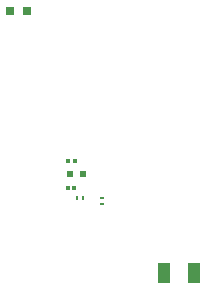
<source format=gbp>
G04 #@! TF.FileFunction,Paste,Bot*
%FSLAX46Y46*%
G04 Gerber Fmt 4.6, Leading zero omitted, Abs format (unit mm)*
G04 Created by KiCad (PCBNEW 4.0.7-e2-6376~58~ubuntu16.04.1) date Wed Jan 31 13:52:23 2018*
%MOMM*%
%LPD*%
G01*
G04 APERTURE LIST*
%ADD10C,0.100000*%
%ADD11R,1.000000X1.800000*%
%ADD12R,0.600000X0.500000*%
%ADD13R,0.300000X0.350000*%
%ADD14R,0.280000X0.430000*%
%ADD15R,0.430000X0.280000*%
%ADD16R,0.800000X0.750000*%
G04 APERTURE END LIST*
D10*
D11*
X112876000Y-84876000D03*
X115376000Y-84876000D03*
D12*
X104898000Y-76494000D03*
X105998000Y-76494000D03*
D13*
X104728000Y-75351000D03*
X105288000Y-75351000D03*
X104702000Y-77637000D03*
X105262000Y-77637000D03*
D14*
X106004000Y-78526000D03*
X105484000Y-78526000D03*
D15*
X107649000Y-79040000D03*
X107649000Y-78520000D03*
D16*
X101287000Y-62651000D03*
X99787000Y-62651000D03*
M02*

</source>
